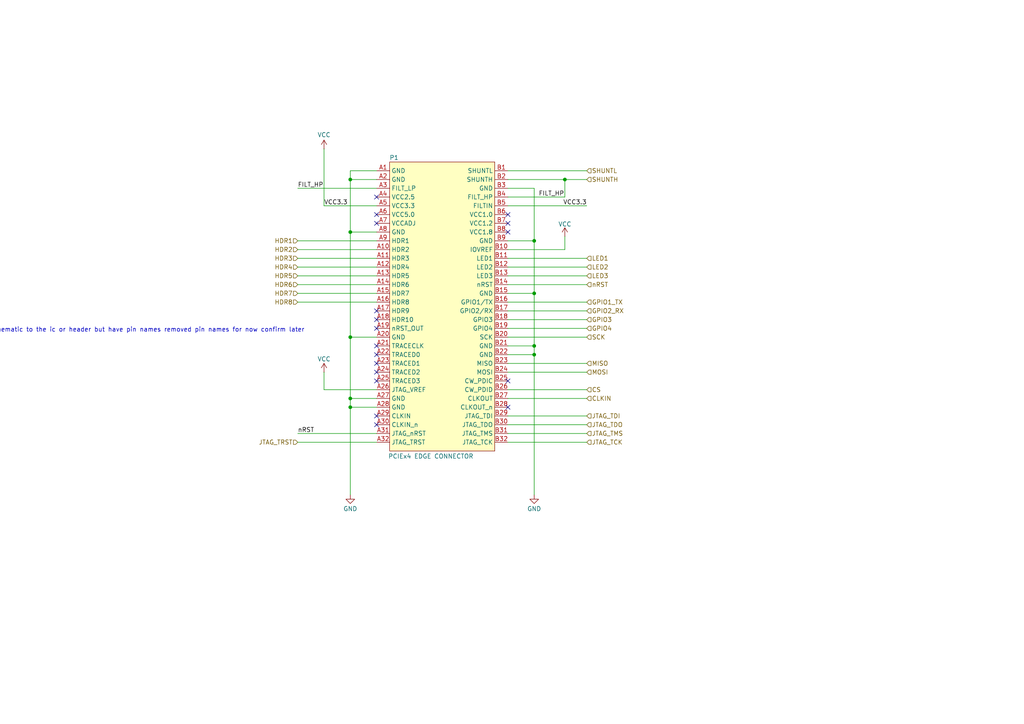
<source format=kicad_sch>
(kicad_sch (version 20231120) (generator "eeschema") (generator_version "8.0")
  (paper "A4")
  (lib_symbols
    (symbol "power:GND" (power) (pin_numbers hide) (pin_names (offset 0) hide)
      (property "Value" "GND" (at 0 -3.81 0))
      (symbol "GND_0_1"
        (polyline (pts (xy 0 0) (xy 0 -1.27) (xy 1.27 -1.27) (xy 0 -2.54) (xy -1.27 -1.27) (xy 0 -1.27)))
      )
      (symbol "GND_1_1"
        (pin power_in line (at 0 0 270) (length 0) (name "~") (number "1"))
      )
    )
    (symbol "power:VCC" (power) (pin_numbers hide) (pin_names (offset 0) hide)
      (property "Value" "VCC" (at 0 3.556 0))
      (symbol "VCC_0_1"
        (polyline (pts (xy -0.762 1.27) (xy 0 2.54)))
        (polyline (pts (xy 0 0) (xy 0 2.54)))
        (polyline (pts (xy 0 2.54) (xy 0.762 1.27)))
      )
      (symbol "VCC_1_1"
        (pin power_in line (at 0 0 90) (length 0) (name "~") (number "1"))
      )
    )
    (symbol "tutorial_2_library:CW312T-Template" (in_bom no)
      (property "Reference" "P" (at -15.24 3.81 0))
      (property "Value" "PCIEx4 EDGE CONNECTOR " (at 3.81 3.81 0))
      (symbol "CW312T-Template_1_1"
        (rectangle (start -15.24 2.54) (end 15.24 -81.28) (fill (type background)))
        (pin unspecified line (at -19.05 0 0) (length 3.81) (name "GND") (number "A1"))
        (pin unspecified line (at -19.05 -22.86 0) (length 3.81) (name "HDR2") (number "A10"))
        (pin unspecified line (at -19.05 -25.4 0) (length 3.81) (name "HDR3") (number "A11"))
        (pin unspecified line (at -19.05 -27.94 0) (length 3.81) (name "HDR4") (number "A12"))
        (pin unspecified line (at -19.05 -30.48 0) (length 3.81) (name "HDR5") (number "A13"))
        (pin unspecified line (at -19.05 -33.02 0) (length 3.81) (name "HDR6") (number "A14"))
        (pin unspecified line (at -19.05 -35.56 0) (length 3.81) (name "HDR7") (number "A15"))
        (pin unspecified line (at -19.05 -38.1 0) (length 3.81) (name "HDR8") (number "A16"))
        (pin unspecified line (at -19.05 -40.64 0) (length 3.81) (name "HDR9") (number "A17"))
        (pin unspecified line (at -19.05 -43.18 0) (length 3.81) (name "HDR10") (number "A18"))
        (pin unspecified line (at -19.05 -45.72 0) (length 3.81) (name "nRST_OUT") (number "A19"))
        (pin unspecified line (at -19.05 -2.54 0) (length 3.81) (name "GND") (number "A2"))
        (pin unspecified line (at -19.05 -48.26 0) (length 3.81) (name "GND") (number "A20"))
        (pin unspecified line (at -19.05 -50.8 0) (length 3.81) (name "TRACECLK") (number "A21"))
        (pin unspecified line (at -19.05 -53.34 0) (length 3.81) (name "TRACED0") (number "A22"))
        (pin unspecified line (at -19.05 -55.88 0) (length 3.81) (name "TRACED1") (number "A23"))
        (pin unspecified line (at -19.05 -58.42 0) (length 3.81) (name "TRACED2") (number "A24"))
        (pin unspecified line (at -19.05 -60.96 0) (length 3.81) (name "TRACED3") (number "A25"))
        (pin unspecified line (at -19.05 -63.5 0) (length 3.81) (name "JTAG_VREF") (number "A26"))
        (pin unspecified line (at -19.05 -66.04 0) (length 3.81) (name "GND") (number "A27"))
        (pin unspecified line (at -19.05 -68.58 0) (length 3.81) (name "GND") (number "A28"))
        (pin unspecified line (at -19.05 -71.12 0) (length 3.81) (name "CLKIN") (number "A29"))
        (pin unspecified line (at -19.05 -5.08 0) (length 3.81) (name "FILT_LP") (number "A3"))
        (pin unspecified line (at -19.05 -73.66 0) (length 3.81) (name "CLKIN_n") (number "A30"))
        (pin unspecified line (at -19.05 -76.2 0) (length 3.81) (name "JTAG_nRST") (number "A31"))
        (pin unspecified line (at -19.05 -78.74 0) (length 3.81) (name "JTAG_TRST") (number "A32"))
        (pin unspecified line (at -19.05 -7.62 0) (length 3.81) (name "VCC2.5") (number "A4"))
        (pin unspecified line (at -19.05 -10.16 0) (length 3.81) (name "VCC3.3") (number "A5"))
        (pin unspecified line (at -19.05 -12.7 0) (length 3.81) (name "VCC5.0") (number "A6"))
        (pin unspecified line (at -19.05 -15.24 0) (length 3.81) (name "VCCADJ") (number "A7"))
        (pin unspecified line (at -19.05 -17.78 0) (length 3.81) (name "GND") (number "A8"))
        (pin unspecified line (at -19.05 -20.32 0) (length 3.81) (name "HDR1") (number "A9"))
        (pin unspecified line (at 19.05 0 180) (length 3.81) (name "SHUNTL") (number "B1"))
        (pin unspecified line (at 19.05 -22.86 180) (length 3.81) (name "IOVREF") (number "B10"))
        (pin unspecified line (at 19.05 -25.4 180) (length 3.81) (name "LED1") (number "B11"))
        (pin unspecified line (at 19.05 -27.94 180) (length 3.81) (name "LED2") (number "B12"))
        (pin unspecified line (at 19.05 -30.48 180) (length 3.81) (name "LED3") (number "B13"))
        (pin unspecified line (at 19.05 -33.02 180) (length 3.81) (name "nRST") (number "B14"))
        (pin unspecified line (at 19.05 -35.56 180) (length 3.81) (name "GND") (number "B15"))
        (pin unspecified line (at 19.05 -38.1 180) (length 3.81) (name "GPIO1/TX") (number "B16"))
        (pin unspecified line (at 19.05 -40.64 180) (length 3.81) (name "GPIO2/RX") (number "B17"))
        (pin unspecified line (at 19.05 -43.18 180) (length 3.81) (name "GPIO3") (number "B18"))
        (pin unspecified line (at 19.05 -45.72 180) (length 3.81) (name "GPIO4") (number "B19"))
        (pin unspecified line (at 19.05 -2.54 180) (length 3.81) (name "SHUNTH") (number "B2"))
        (pin unspecified line (at 19.05 -48.26 180) (length 3.81) (name "SCK") (number "B20"))
        (pin unspecified line (at 19.05 -50.8 180) (length 3.81) (name "GND") (number "B21"))
        (pin unspecified line (at 19.05 -53.34 180) (length 3.81) (name "GND") (number "B22"))
        (pin unspecified line (at 19.05 -55.88 180) (length 3.81) (name "MISO") (number "B23"))
        (pin unspecified line (at 19.05 -58.42 180) (length 3.81) (name "MOSI") (number "B24"))
        (pin unspecified line (at 19.05 -60.96 180) (length 3.81) (name "CW_PDIC") (number "B25"))
        (pin unspecified line (at 19.05 -63.5 180) (length 3.81) (name "CW_PDID") (number "B26"))
        (pin unspecified line (at 19.05 -66.04 180) (length 3.81) (name "CLKOUT") (number "B27"))
        (pin unspecified line (at 19.05 -68.58 180) (length 3.81) (name "CLKOUT_n") (number "B28"))
        (pin unspecified line (at 19.05 -71.12 180) (length 3.81) (name "JTAG_TDI") (number "B29"))
        (pin unspecified line (at 19.05 -5.08 180) (length 3.81) (name "GND") (number "B3"))
        (pin unspecified line (at 19.05 -73.66 180) (length 3.81) (name "JTAG_TDO") (number "B30"))
        (pin unspecified line (at 19.05 -76.2 180) (length 3.81) (name "JTAG_TMS") (number "B31"))
        (pin unspecified line (at 19.05 -78.74 180) (length 3.81) (name "JTAG_TCK") (number "B32"))
        (pin unspecified line (at 19.05 -7.62 180) (length 3.81) (name "FILT_HP") (number "B4"))
        (pin unspecified line (at 19.05 -10.16 180) (length 3.81) (name "FILTIN") (number "B5"))
        (pin unspecified line (at 19.05 -12.7 180) (length 3.81) (name "VCC1.0") (number "B6"))
        (pin unspecified line (at 19.05 -15.24 180) (length 3.81) (name "VCC1.2") (number "B7"))
        (pin unspecified line (at 19.05 -17.78 180) (length 3.81) (name "VCC1.8") (number "B8"))
        (pin unspecified line (at 19.05 -20.32 180) (length 3.81) (name "GND") (number "B9"))
      )
    )
  )
  (junction (at 101.6 118.11))
  (junction (at 101.6 52.07))
  (junction (at 154.94 100.33))
  (junction (at 101.6 115.57))
  (junction (at 154.94 69.85))
  (junction (at 163.83 52.07))
  (junction (at 154.94 85.09))
  (junction (at 101.6 97.79))
  (junction (at 101.6 67.31))
  (junction (at 154.94 102.87))
  (no_connect (at 109.22 95.25))
  (no_connect (at 109.22 62.23))
  (no_connect (at 109.22 92.71))
  (no_connect (at 109.22 64.77))
  (no_connect (at 109.22 123.19))
  (no_connect (at 147.32 64.77))
  (no_connect (at 109.22 102.87))
  (no_connect (at 109.22 105.41))
  (no_connect (at 147.32 118.11))
  (no_connect (at 109.22 107.95))
  (no_connect (at 147.32 62.23))
  (no_connect (at 147.32 67.31))
  (no_connect (at 147.32 110.49))
  (no_connect (at 109.22 57.15))
  (no_connect (at 109.22 110.49))
  (no_connect (at 109.22 120.65))
  (no_connect (at 109.22 100.33))
  (no_connect (at 109.22 90.17))
  (wire (pts (xy 147.32 87.63) (xy 170.18 87.63)))
  (wire (pts (xy 86.36 128.27) (xy 109.22 128.27)))
  (wire (pts (xy 86.36 72.39) (xy 109.22 72.39)))
  (wire (pts (xy 147.32 54.61) (xy 154.94 54.61)))
  (wire (pts (xy 147.32 97.79) (xy 170.18 97.79)))
  (wire (pts (xy 101.6 115.57) (xy 101.6 118.11)))
  (wire (pts (xy 147.32 72.39) (xy 163.83 72.39)))
  (wire (pts (xy 93.98 113.03) (xy 93.98 107.95)))
  (wire (pts (xy 154.94 102.87) (xy 154.94 143.51)))
  (wire (pts (xy 147.32 49.53) (xy 170.18 49.53)))
  (wire (pts (xy 163.83 52.07) (xy 170.18 52.07)))
  (wire (pts (xy 163.83 68.58) (xy 163.83 72.39)))
  (wire (pts (xy 163.83 57.15) (xy 163.83 52.07)))
  (wire (pts (xy 101.6 118.11) (xy 101.6 143.51)))
  (wire (pts (xy 147.32 128.27) (xy 170.18 128.27)))
  (wire (pts (xy 86.36 85.09) (xy 109.22 85.09)))
  (wire (pts (xy 93.98 59.69) (xy 109.22 59.69)))
  (wire (pts (xy 154.94 85.09) (xy 154.94 100.33)))
  (wire (pts (xy 147.32 90.17) (xy 170.18 90.17)))
  (wire (pts (xy 147.32 125.73) (xy 170.18 125.73)))
  (wire (pts (xy 147.32 82.55) (xy 170.18 82.55)))
  (wire (pts (xy 147.32 85.09) (xy 154.94 85.09)))
  (wire (pts (xy 147.32 105.41) (xy 170.18 105.41)))
  (wire (pts (xy 147.32 115.57) (xy 170.18 115.57)))
  (wire (pts (xy 147.32 102.87) (xy 154.94 102.87)))
  (wire (pts (xy 86.36 82.55) (xy 109.22 82.55)))
  (wire (pts (xy 86.36 77.47) (xy 109.22 77.47)))
  (wire (pts (xy 101.6 49.53) (xy 109.22 49.53)))
  (wire (pts (xy 147.32 80.01) (xy 170.18 80.01)))
  (wire (pts (xy 101.6 97.79) (xy 101.6 115.57)))
  (wire (pts (xy 147.32 92.71) (xy 170.18 92.71)))
  (wire (pts (xy 101.6 115.57) (xy 109.22 115.57)))
  (wire (pts (xy 147.32 74.93) (xy 170.18 74.93)))
  (wire (pts (xy 147.32 120.65) (xy 170.18 120.65)))
  (wire (pts (xy 154.94 100.33) (xy 154.94 102.87)))
  (wire (pts (xy 86.36 69.85) (xy 109.22 69.85)))
  (wire (pts (xy 86.36 125.73) (xy 109.22 125.73)))
  (wire (pts (xy 147.32 69.85) (xy 154.94 69.85)))
  (wire (pts (xy 147.32 77.47) (xy 170.18 77.47)))
  (wire (pts (xy 147.32 107.95) (xy 170.18 107.95)))
  (wire (pts (xy 147.32 113.03) (xy 170.18 113.03)))
  (wire (pts (xy 147.32 123.19) (xy 170.18 123.19)))
  (wire (pts (xy 101.6 52.07) (xy 109.22 52.07)))
  (wire (pts (xy 101.6 67.31) (xy 101.6 97.79)))
  (wire (pts (xy 86.36 74.93) (xy 109.22 74.93)))
  (wire (pts (xy 154.94 69.85) (xy 154.94 85.09)))
  (wire (pts (xy 101.6 49.53) (xy 101.6 52.07)))
  (wire (pts (xy 86.36 87.63) (xy 109.22 87.63)))
  (wire (pts (xy 101.6 97.79) (xy 109.22 97.79)))
  (wire (pts (xy 93.98 113.03) (xy 109.22 113.03)))
  (wire (pts (xy 101.6 67.31) (xy 109.22 67.31)))
  (wire (pts (xy 147.32 59.69) (xy 170.18 59.69)))
  (wire (pts (xy 147.32 57.15) (xy 163.83 57.15)))
  (wire (pts (xy 93.98 59.69) (xy 93.98 43.18)))
  (wire (pts (xy 101.6 118.11) (xy 109.22 118.11)))
  (wire (pts (xy 147.32 95.25) (xy 170.18 95.25)))
  (wire (pts (xy 154.94 54.61) (xy 154.94 69.85)))
  (wire (pts (xy 86.36 54.61) (xy 109.22 54.61)))
  (wire (pts (xy 147.32 52.07) (xy 163.83 52.07)))
  (wire (pts (xy 147.32 100.33) (xy 154.94 100.33)))
  (wire (pts (xy 86.36 80.01) (xy 109.22 80.01)))
  (wire (pts (xy 101.6 52.07) (xy 101.6 67.31)))
  (text "HDR9 and HDR10 have no connections on the old schematic to the ic or header but have pin names removed pin names for now confirm later" (at 17.78 95.758 0) (effects (font (size 1.27 1.27))))
  (label "FILT_HP" (at 156.21 57.15 0))
  (label "VCC3.3" (at 170.18 59.69 180))
  (label "VCC3.3" (at 93.98 59.69 0))
  (label "FILT_HP" (at 86.36 54.61 0))
  (label "nRST" (at 86.36 125.73 0))
  (hierarchical_label "LED1" (shape input) (at 170.18 74.93 0))
  (hierarchical_label "JTAG_TMS" (shape input) (at 170.18 125.73 0))
  (hierarchical_label "CLKIN" (shape input) (at 170.18 115.57 0))
  (hierarchical_label "JTAG_TDO" (shape input) (at 170.18 123.19 0))
  (hierarchical_label "HDR5" (shape input) (at 86.36 80.01 180))
  (hierarchical_label "SCK" (shape input) (at 170.18 97.79 0))
  (hierarchical_label "GPIO1_TX" (shape input) (at 170.18 87.63 0))
  (hierarchical_label "HDR8" (shape input) (at 86.36 87.63 180))
  (hierarchical_label "LED3" (shape input) (at 170.18 80.01 0))
  (hierarchical_label "MOSI" (shape input) (at 170.18 107.95 0))
  (hierarchical_label "MISO" (shape input) (at 170.18 105.41 0))
  (hierarchical_label "JTAG_TCK" (shape input) (at 170.18 128.27 0))
  (hierarchical_label "LED2" (shape input) (at 170.18 77.47 0))
  (hierarchical_label "HDR1" (shape input) (at 86.36 69.85 180))
  (hierarchical_label "JTAG_TDI" (shape input) (at 170.18 120.65 0))
  (hierarchical_label "nRST" (shape input) (at 170.18 82.55 0))
  (hierarchical_label "JTAG_TRST" (shape input) (at 86.36 128.27 180))
  (hierarchical_label "GPIO2_RX" (shape input) (at 170.18 90.17 0))
  (hierarchical_label "GPIO3" (shape input) (at 170.18 92.71 0))
  (hierarchical_label "HDR4" (shape input) (at 86.36 77.47 180))
  (hierarchical_label "HDR3" (shape input) (at 86.36 74.93 180))
  (hierarchical_label "CS" (shape input) (at 170.18 113.03 0))
  (hierarchical_label "HDR6" (shape input) (at 86.36 82.55 180))
  (hierarchical_label "HDR7" (shape input) (at 86.36 85.09 180))
  (hierarchical_label "GPIO4" (shape input) (at 170.18 95.25 0))
  (hierarchical_label "HDR2" (shape input) (at 86.36 72.39 180))
  (hierarchical_label "SHUNTH" (shape input) (at 170.18 52.07 0))
  (hierarchical_label "SHUNTL" (shape input) (at 170.18 49.53 0))
  (symbol (lib_id "power:GND") (at 101.6 143.51 0) (unit 1)
    (property "Reference" "#PWR02" (effects (hide yes)))
    (property "Value" "GND" (at 101.6 147.574 0))
    (property "Description" "Power symbol creates a global label with name \"GND\" , ground" (effects (hide yes)))
  )
  (symbol (lib_id "power:VCC") (at 93.98 43.18 0) (unit 1)
    (property "Reference" "#PWR01" (effects (hide yes)))
    (property "Value" "VCC" (at 93.98 39.116 0))
    (property "Description" "Power symbol creates a global label with name \"VCC\"" (effects (hide yes)))
  )
  (symbol (lib_id "power:VCC") (at 163.83 68.58 0) (unit 1)
    (property "Reference" "#PWR04" (effects (hide yes)))
    (property "Value" "VCC" (at 163.83 65.024 0))
    (property "Description" "Power symbol creates a global label with name \"VCC\"" (effects (hide yes)))
  )
  (symbol (lib_id "power:VCC") (at 93.98 107.95 0) (unit 1)
    (property "Reference" "#PWR05" (effects (hide yes)))
    (property "Value" "VCC" (at 93.98 104.14 0))
    (property "Description" "Power symbol creates a global label with name \"VCC\"" (effects (hide yes)))
  )
  (symbol (lib_id "power:GND") (at 154.94 143.51 0) (unit 1)
    (property "Reference" "#PWR03" (effects (hide yes)))
    (property "Value" "GND" (at 154.94 147.574 0))
    (property "Description" "Power symbol creates a global label with name \"GND\" , ground" (effects (hide yes)))
  )
  (symbol (lib_id "tutorial_2_library:CW312T-Template") (at 128.27 49.53 0) (unit 1) (in_bom no)
    (property "Reference" "P1" (at 114.3 45.72 0))
    (property "Value" "PCIEx4 EDGE CONNECTOR" (at 124.968 132.334 0))
    (property "Footprint" "tutorial_2_library:CW312_Template" (effects (hide yes)))
    (property "Description" "BOARD AND EDGE CONNECTOR TEMPLATE FOR CW312 TARGETS" (effects (hide yes)))
  )
)
</source>
